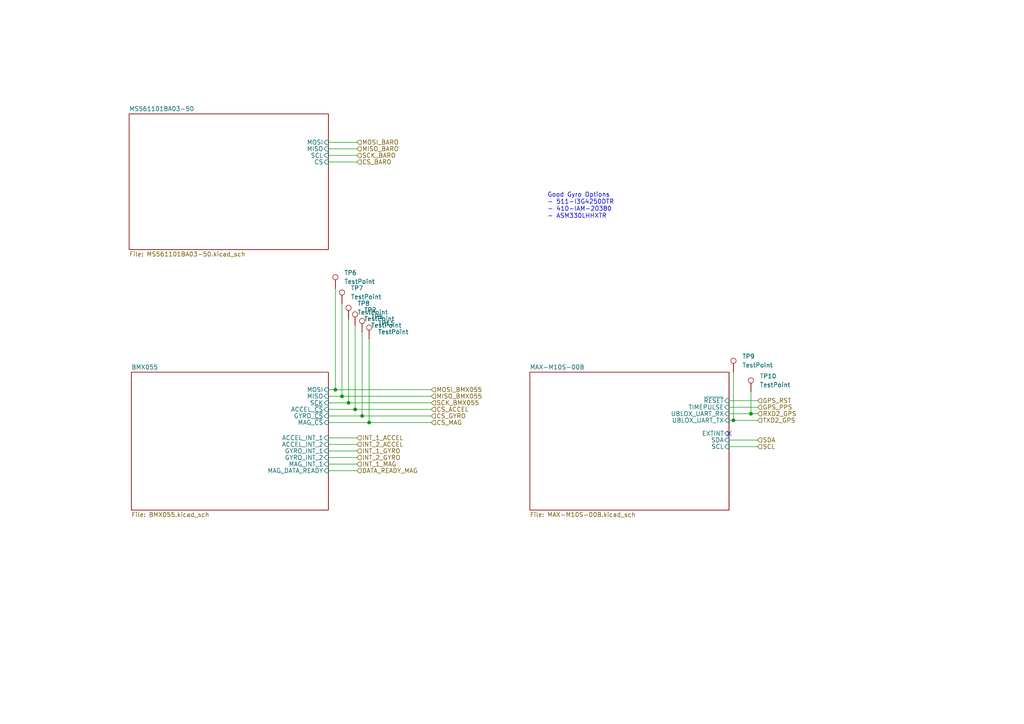
<source format=kicad_sch>
(kicad_sch (version 20230121) (generator eeschema)
  (paper "A4")
  (lib_symbols
    (symbol "Connector:TestPoint" (pin_numbers hide) (pin_names (offset 0.762) hide)
      (property "Reference" "TP" (at 0 6.858 0))
      (property "Value" "TestPoint" (at 0 5.08 0))
      (symbol "TestPoint_0_1"
        (circle (center 0 3.302) (radius 0.762))
      )
      (symbol "TestPoint_1_1"
        (pin passive line (at 0 0 90) (length 2.54) (name "1") (number "1"))
      )
    )
  )
  (junction (at 107.061 122.555))
  (junction (at 102.997 118.745))
  (junction (at 217.805 120.015))
  (junction (at 105.029 120.65))
  (junction (at 101.092 116.84))
  (junction (at 212.725 121.92))
  (junction (at 97.282 113.03))
  (junction (at 99.187 114.935))
  (no_connect (at 211.455 125.73))
  (wire (pts (xy 107.061 98.298) (xy 107.061 122.555)))
  (wire (pts (xy 95.25 114.935) (xy 99.187 114.935)))
  (wire (pts (xy 105.029 120.65) (xy 125.095 120.65)))
  (wire (pts (xy 95.25 127) (xy 103.505 127)))
  (wire (pts (xy 211.455 116.205) (xy 219.71 116.205)))
  (wire (pts (xy 95.25 116.84) (xy 101.092 116.84)))
  (wire (pts (xy 217.805 120.015) (xy 219.71 120.015)))
  (wire (pts (xy 95.25 128.905) (xy 103.505 128.905)))
  (wire (pts (xy 105.029 96.393) (xy 105.029 120.65)))
  (wire (pts (xy 217.805 113.665) (xy 217.805 120.015)))
  (wire (pts (xy 102.997 94.488) (xy 102.997 118.745)))
  (wire (pts (xy 97.282 83.693) (xy 97.282 113.03)))
  (wire (pts (xy 95.25 45.085) (xy 103.505 45.085)))
  (wire (pts (xy 99.187 114.935) (xy 125.095 114.935)))
  (wire (pts (xy 107.061 122.555) (xy 125.095 122.555)))
  (wire (pts (xy 95.25 113.03) (xy 97.282 113.03)))
  (wire (pts (xy 97.282 113.03) (xy 125.095 113.03)))
  (wire (pts (xy 211.455 121.92) (xy 212.725 121.92)))
  (wire (pts (xy 101.092 116.84) (xy 125.095 116.84)))
  (wire (pts (xy 211.455 120.015) (xy 217.805 120.015)))
  (wire (pts (xy 95.25 41.275) (xy 103.505 41.275)))
  (wire (pts (xy 99.187 88.138) (xy 99.187 114.935)))
  (wire (pts (xy 95.25 46.99) (xy 103.505 46.99)))
  (wire (pts (xy 95.25 132.715) (xy 103.505 132.715)))
  (wire (pts (xy 211.455 129.54) (xy 219.71 129.54)))
  (wire (pts (xy 95.25 134.62) (xy 103.505 134.62)))
  (wire (pts (xy 95.25 120.65) (xy 105.029 120.65)))
  (wire (pts (xy 95.25 122.555) (xy 107.061 122.555)))
  (wire (pts (xy 95.25 118.745) (xy 102.997 118.745)))
  (wire (pts (xy 212.725 121.92) (xy 219.71 121.92)))
  (wire (pts (xy 212.725 107.95) (xy 212.725 121.92)))
  (wire (pts (xy 95.25 136.525) (xy 103.505 136.525)))
  (wire (pts (xy 95.25 130.81) (xy 103.505 130.81)))
  (wire (pts (xy 211.455 118.11) (xy 219.71 118.11)))
  (wire (pts (xy 102.997 118.745) (xy 125.095 118.745)))
  (wire (pts (xy 101.092 92.583) (xy 101.092 116.84)))
  (wire (pts (xy 95.25 43.18) (xy 103.505 43.18)))
  (wire (pts (xy 211.455 127.635) (xy 219.71 127.635)))
  (text "Good Gyro Options\n- 511-I3G4250DTR\n- 410-IAM-20380\n- ASM330LHHXTR" (at 158.75 63.5 0) (effects (font (size 1.27 1.27)) (justify left bottom)))
  (hierarchical_label "DATA_READY_MAG" (shape input) (at 103.505 136.525 0))
  (hierarchical_label "SCK_BMX055" (shape input) (at 125.095 116.84 0))
  (hierarchical_label "INT_1_MAG" (shape input) (at 103.505 134.62 0))
  (hierarchical_label "CS_ACCEL" (shape input) (at 125.095 118.745 0))
  (hierarchical_label "INT_2_GYRO" (shape input) (at 103.505 132.715 0))
  (hierarchical_label "MISO_BARO" (shape input) (at 103.505 43.18 0))
  (hierarchical_label "RXD2_GPS" (shape input) (at 219.71 120.015 0))
  (hierarchical_label "MOSI_BMX055" (shape input) (at 125.095 113.03 0))
  (hierarchical_label "CS_GYRO" (shape input) (at 125.095 120.65 0))
  (hierarchical_label "INT_1_GYRO" (shape input) (at 103.505 130.81 0))
  (hierarchical_label "INT_1_ACCEL" (shape input) (at 103.505 127 0))
  (hierarchical_label "MOSI_BARO" (shape input) (at 103.505 41.275 0))
  (hierarchical_label "CS_BARO" (shape input) (at 103.505 46.99 0))
  (hierarchical_label "SCK_BARO" (shape input) (at 103.505 45.085 0))
  (hierarchical_label "GPS_PPS" (shape input) (at 219.71 118.11 0))
  (hierarchical_label "SCL" (shape input) (at 219.71 129.54 0))
  (hierarchical_label "GPS_RST" (shape input) (at 219.71 116.205 0))
  (hierarchical_label "TXD2_GPS" (shape input) (at 219.71 121.92 0))
  (hierarchical_label "SDA" (shape input) (at 219.71 127.635 0))
  (hierarchical_label "INT_2_ACCEL" (shape input) (at 103.505 128.905 0))
  (hierarchical_label "MISO_BMX055" (shape input) (at 125.095 114.935 0))
  (hierarchical_label "CS_MAG" (shape input) (at 125.095 122.555 0))
  (symbol (lib_id "Connector:TestPoint") (at 212.725 107.95 0) (unit 1)
    (property "Reference" "TP9" (at 215.265 103.3779 0) (effects (justify left)))
    (property "Value" "TestPoint" (at 215.265 105.9179 0) (effects (justify left)))
    (property "Footprint" "TestPoint:TestPoint_Pad_1.0x1.0mm" (effects hide))
  )
  (symbol (lib_id "Connector:TestPoint") (at 217.805 113.665 0) (unit 1)
    (property "Reference" "TP10" (at 220.345 109.0929 0) (effects (justify left)))
    (property "Value" "TestPoint" (at 220.345 111.6329 0) (effects (justify left)))
    (property "Footprint" "TestPoint:TestPoint_Pad_1.0x1.0mm" (effects hide))
  )
  (symbol (lib_id "Connector:TestPoint") (at 101.092 92.583 0) (unit 1)
    (property "Reference" "TP8" (at 103.632 88.0109 0) (effects (justify left)))
    (property "Value" "TestPoint" (at 103.632 90.5509 0) (effects (justify left)))
    (property "Footprint" "TestPoint:TestPoint_Pad_1.0x1.0mm" (effects hide))
  )
  (symbol (lib_id "Connector:TestPoint") (at 107.061 98.298 0) (unit 1)
    (property "Reference" "TP11" (at 109.601 93.7259 0) (effects (justify left)))
    (property "Value" "TestPoint" (at 109.601 96.2659 0) (effects (justify left)))
    (property "Footprint" "TestPoint:TestPoint_Pad_1.0x1.0mm" (effects hide))
  )
  (symbol (lib_id "Connector:TestPoint") (at 105.029 96.393 0) (unit 1)
    (property "Reference" "TP5" (at 107.569 91.8209 0) (effects (justify left)))
    (property "Value" "TestPoint" (at 107.569 94.3609 0) (effects (justify left)))
    (property "Footprint" "TestPoint:TestPoint_Pad_1.0x1.0mm" (effects hide))
  )
  (symbol (lib_id "Connector:TestPoint") (at 99.187 88.138 0) (unit 1)
    (property "Reference" "TP7" (at 101.727 83.5659 0) (effects (justify left)))
    (property "Value" "TestPoint" (at 101.727 86.1059 0) (effects (justify left)))
    (property "Footprint" "TestPoint:TestPoint_Pad_1.0x1.0mm" (effects hide))
  )
  (symbol (lib_id "Connector:TestPoint") (at 102.997 94.488 0) (unit 1)
    (property "Reference" "TP2" (at 105.537 89.9159 0) (effects (justify left)))
    (property "Value" "TestPoint" (at 105.537 92.4559 0) (effects (justify left)))
    (property "Footprint" "TestPoint:TestPoint_Pad_1.0x1.0mm" (effects hide))
  )
  (symbol (lib_id "Connector:TestPoint") (at 97.282 83.693 0) (unit 1)
    (property "Reference" "TP6" (at 99.822 79.1209 0) (effects (justify left)))
    (property "Value" "TestPoint" (at 99.822 81.6609 0) (effects (justify left)))
    (property "Footprint" "TestPoint:TestPoint_Pad_1.0x1.0mm" (effects hide))
  )
  (sheet (at 153.67 107.95) (size 57.785 40.005) (stroke (width 0.1524))
    (property "Sheetname" "MAX-M10S-00B" (at 153.67 107.2384 0) (effects (justify left bottom)))
    (property "Sheetfile" "MAX-M10S-00B.kicad_sch" (at 153.67 148.5396 0) (effects (justify left top)))
    (pin "SCL" input (at 211.455 129.54 0))
    (pin "SDA" input (at 211.455 127.635 0))
    (pin "UBLOX_UART_RX" input (at 211.455 120.015 0))
    (pin "~{RESET}" input (at 211.455 116.205 0))
    (pin "EXTINT" input (at 211.455 125.73 0))
    (pin "UBLOX_UART_TX" input (at 211.455 121.92 0))
    (pin "TIMEPULSE" input (at 211.455 118.11 0))
  )
  (sheet (at 38.1 107.95) (size 57.15 40.005) (stroke (width 0.1524))
    (property "Sheetname" "BMX055" (at 38.1 107.2384 0) (effects (justify left bottom)))
    (property "Sheetfile" "BMX055.kicad_sch" (at 38.1 148.5396 0) (effects (justify left top)))
    (pin "MISO" input (at 95.25 114.935 0))
    (pin "SCK" input (at 95.25 116.84 0))
    (pin "MOSI" input (at 95.25 113.03 0))
    (pin "MAG_INT_1" input (at 95.25 134.62 0))
    (pin "GYRO_INT_2" input (at 95.25 132.715 0))
    (pin "ACCEL_~{CS}" input (at 95.25 118.745 0))
    (pin "GYRO_~{CS}" input (at 95.25 120.65 0))
    (pin "MAG_~{CS}" input (at 95.25 122.555 0))
    (pin "ACCEL_INT_1" input (at 95.25 127 0))
    (pin "GYRO_INT_1" input (at 95.25 130.81 0))
    (pin "ACCEL_INT_2" input (at 95.25 128.905 0))
    (pin "MAG_DATA_READY" input (at 95.25 136.525 0))
  )
  (sheet (at 37.465 33.02) (size 57.785 39.37) (stroke (width 0.1524))
    (property "Sheetname" "MS561101BA03-50" (at 37.465 32.3084 0) (effects (justify left bottom)))
    (property "Sheetfile" "MS561101BA03-50.kicad_sch" (at 37.465 72.9746 0) (effects (justify left top)))
    (pin "MOSI" input (at 95.25 41.275 0))
    (pin "MISO" input (at 95.25 43.18 0))
    (pin "CS" input (at 95.25 46.99 0))
    (pin "SCL" input (at 95.25 45.085 0))
  )
)
</source>
